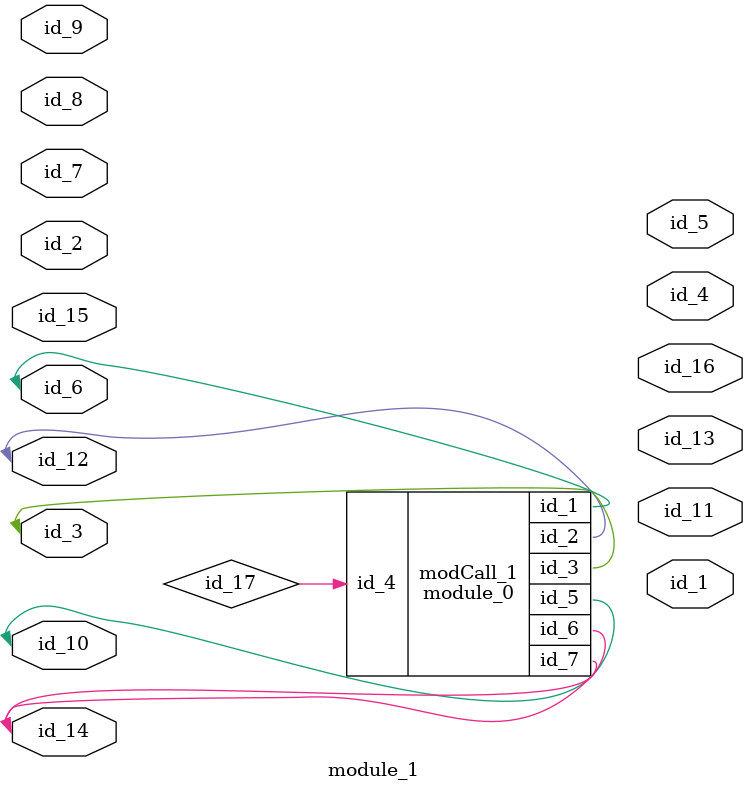
<source format=v>
module module_0 (
    id_1,
    id_2,
    id_3,
    id_4,
    id_5,
    id_6,
    id_7
);
  output wire id_7;
  inout wire id_6;
  inout wire id_5;
  input wire id_4;
  output wire id_3;
  output wire id_2;
  output wire id_1;
endmodule
module module_1 (
    id_1,
    id_2,
    id_3,
    id_4,
    id_5,
    id_6,
    id_7,
    id_8,
    id_9,
    id_10,
    id_11,
    id_12,
    id_13,
    id_14,
    id_15,
    id_16
);
  output wire id_16;
  input wire id_15;
  inout wire id_14;
  output wire id_13;
  inout wire id_12;
  output wire id_11;
  inout wire id_10;
  input wire id_9;
  input wire id_8;
  input wire id_7;
  inout wire id_6;
  output wire id_5;
  output wire id_4;
  inout wire id_3;
  inout wire id_2;
  output wire id_1;
  wire id_17;
  module_0 modCall_1 (
      id_6,
      id_12,
      id_3,
      id_17,
      id_10,
      id_14,
      id_14
  );
endmodule

</source>
